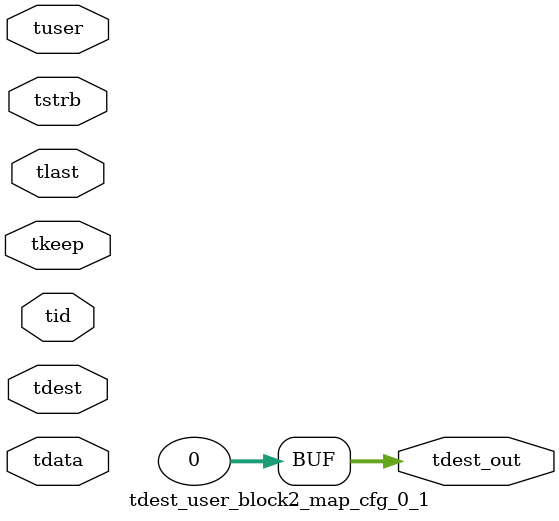
<source format=v>


`timescale 1ps/1ps

module tdest_user_block2_map_cfg_0_1 #
(
parameter C_S_AXIS_TDATA_WIDTH = 32,
parameter C_S_AXIS_TUSER_WIDTH = 0,
parameter C_S_AXIS_TID_WIDTH   = 0,
parameter C_S_AXIS_TDEST_WIDTH = 0,
parameter C_M_AXIS_TDEST_WIDTH = 32
)
(
input  [(C_S_AXIS_TDATA_WIDTH == 0 ? 1 : C_S_AXIS_TDATA_WIDTH)-1:0     ] tdata,
input  [(C_S_AXIS_TUSER_WIDTH == 0 ? 1 : C_S_AXIS_TUSER_WIDTH)-1:0     ] tuser,
input  [(C_S_AXIS_TID_WIDTH   == 0 ? 1 : C_S_AXIS_TID_WIDTH)-1:0       ] tid,
input  [(C_S_AXIS_TDEST_WIDTH == 0 ? 1 : C_S_AXIS_TDEST_WIDTH)-1:0     ] tdest,
input  [(C_S_AXIS_TDATA_WIDTH/8)-1:0 ] tkeep,
input  [(C_S_AXIS_TDATA_WIDTH/8)-1:0 ] tstrb,
input                                                                    tlast,
output [C_M_AXIS_TDEST_WIDTH-1:0] tdest_out
);

assign tdest_out = {1'b0};

endmodule


</source>
